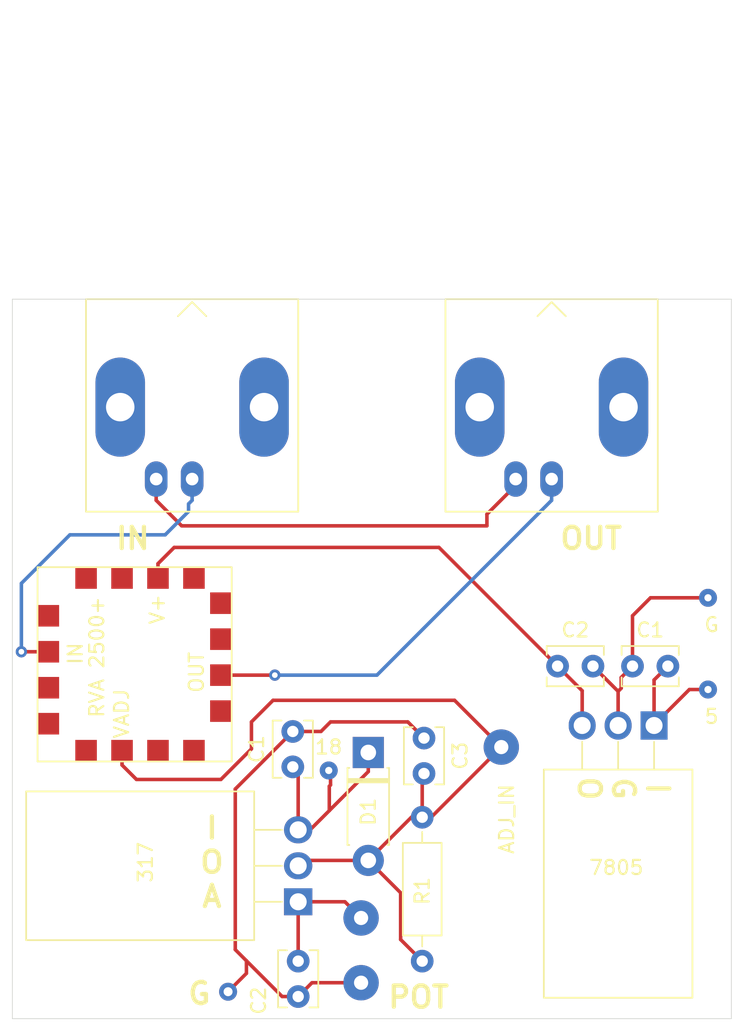
<source format=kicad_pcb>
(kicad_pcb (version 20171130) (host pcbnew "(5.1.4)-1")

  (general
    (thickness 1.6)
    (drawings 10)
    (tracks 86)
    (zones 0)
    (modules 18)
    (nets 1)
  )

  (page A4)
  (layers
    (0 F.Cu signal)
    (31 B.Cu signal)
    (32 B.Adhes user)
    (33 F.Adhes user)
    (34 B.Paste user)
    (35 F.Paste user)
    (36 B.SilkS user)
    (37 F.SilkS user)
    (38 B.Mask user)
    (39 F.Mask user)
    (40 Dwgs.User user)
    (41 Cmts.User user)
    (42 Eco1.User user)
    (43 Eco2.User user)
    (44 Edge.Cuts user)
    (45 Margin user)
    (46 B.CrtYd user)
    (47 F.CrtYd user)
    (48 B.Fab user)
    (49 F.Fab user hide)
  )

  (setup
    (last_trace_width 0.25)
    (user_trace_width 0.635)
    (trace_clearance 0.2)
    (zone_clearance 0.508)
    (zone_45_only no)
    (trace_min 0.2)
    (via_size 0.8)
    (via_drill 0.4)
    (via_min_size 0.4)
    (via_min_drill 0.3)
    (user_via 1.27 0.635)
    (user_via 2.54 1.778)
    (uvia_size 0.3)
    (uvia_drill 0.1)
    (uvias_allowed no)
    (uvia_min_size 0.2)
    (uvia_min_drill 0.1)
    (edge_width 0.05)
    (segment_width 0.2)
    (pcb_text_width 0.3)
    (pcb_text_size 1.5 1.5)
    (mod_edge_width 0.12)
    (mod_text_size 1 1)
    (mod_text_width 0.15)
    (pad_size 1.27 1.27)
    (pad_drill 0.508)
    (pad_to_mask_clearance 0.051)
    (solder_mask_min_width 0.25)
    (aux_axis_origin 0 0)
    (visible_elements 7FFFFFFF)
    (pcbplotparams
      (layerselection 0x010fc_ffffffff)
      (usegerberextensions false)
      (usegerberattributes false)
      (usegerberadvancedattributes false)
      (creategerberjobfile false)
      (excludeedgelayer true)
      (linewidth 0.100000)
      (plotframeref false)
      (viasonmask false)
      (mode 1)
      (useauxorigin false)
      (hpglpennumber 1)
      (hpglpenspeed 20)
      (hpglpendiameter 15.000000)
      (psnegative false)
      (psa4output false)
      (plotreference true)
      (plotvalue true)
      (plotinvisibletext false)
      (padsonsilk false)
      (subtractmaskfromsilk false)
      (outputformat 1)
      (mirror false)
      (drillshape 1)
      (scaleselection 1)
      (outputdirectory ""))
  )

  (net 0 "")

  (net_class Default "This is the default net class."
    (clearance 0.2)
    (trace_width 0.25)
    (via_dia 0.8)
    (via_drill 0.4)
    (uvia_dia 0.3)
    (uvia_drill 0.1)
  )

  (module Connector_Wire:SolderWirePad_1x01_Drill1mm (layer F.Cu) (tedit 5E8F3D12) (tstamp 5E8F3D93)
    (at 174.752 84.074 270)
    (descr "Wire solder connection")
    (tags connector)
    (attr virtual)
    (fp_text reference 18 (at -1.651 0 180) (layer F.SilkS)
      (effects (font (size 1 1) (thickness 0.15)))
    )
    (fp_text value SolderWirePad_1x01_Drill1mm (at 0 3.175 90) (layer F.Fab)
      (effects (font (size 1 1) (thickness 0.15)))
    )
    (fp_line (start 1.75 1.75) (end -1.75 1.75) (layer F.CrtYd) (width 0.05))
    (fp_line (start 1.75 1.75) (end 1.75 -1.75) (layer F.CrtYd) (width 0.05))
    (fp_line (start -1.75 -1.75) (end -1.75 1.75) (layer F.CrtYd) (width 0.05))
    (fp_line (start -1.75 -1.75) (end 1.75 -1.75) (layer F.CrtYd) (width 0.05))
    (fp_text user %R (at 5.08 2.54 90) (layer F.Fab)
      (effects (font (size 1 1) (thickness 0.15)))
    )
    (pad 1 thru_hole circle (at 0 0 270) (size 1.27 1.27) (drill 0.508) (layers *.Cu *.Mask))
  )

  (module Connector_Wire:SolderWirePad_1x01_Drill1mm (layer F.Cu) (tedit 5E8F3D12) (tstamp 5E8F3D93)
    (at 201.549 71.882 270)
    (descr "Wire solder connection")
    (tags connector)
    (attr virtual)
    (fp_text reference G (at 1.905 -0.254 180) (layer F.SilkS)
      (effects (font (size 1 1) (thickness 0.15)))
    )
    (fp_text value SolderWirePad_1x01_Drill1mm (at 0 3.175 90) (layer F.Fab)
      (effects (font (size 1 1) (thickness 0.15)))
    )
    (fp_line (start 1.75 1.75) (end -1.75 1.75) (layer F.CrtYd) (width 0.05))
    (fp_line (start 1.75 1.75) (end 1.75 -1.75) (layer F.CrtYd) (width 0.05))
    (fp_line (start -1.75 -1.75) (end -1.75 1.75) (layer F.CrtYd) (width 0.05))
    (fp_line (start -1.75 -1.75) (end 1.75 -1.75) (layer F.CrtYd) (width 0.05))
    (fp_text user %R (at 5.08 2.54 90) (layer F.Fab)
      (effects (font (size 1 1) (thickness 0.15)))
    )
    (pad 1 thru_hole circle (at 0 0 270) (size 1.27 1.27) (drill 0.508) (layers *.Cu *.Mask))
  )

  (module Connector_Wire:SolderWirePad_1x01_Drill1mm (layer F.Cu) (tedit 5E8F3D12) (tstamp 5E8F3CD3)
    (at 201.549 78.359 270)
    (descr "Wire solder connection")
    (tags connector)
    (attr virtual)
    (fp_text reference 5 (at 1.905 -0.254 180) (layer F.SilkS)
      (effects (font (size 1 1) (thickness 0.15)))
    )
    (fp_text value SolderWirePad_1x01_Drill1mm (at 0 3.175 90) (layer F.Fab)
      (effects (font (size 1 1) (thickness 0.15)))
    )
    (fp_text user %R (at 5.08 2.54 90) (layer F.Fab)
      (effects (font (size 1 1) (thickness 0.15)))
    )
    (fp_line (start -1.75 -1.75) (end 1.75 -1.75) (layer F.CrtYd) (width 0.05))
    (fp_line (start -1.75 -1.75) (end -1.75 1.75) (layer F.CrtYd) (width 0.05))
    (fp_line (start 1.75 1.75) (end 1.75 -1.75) (layer F.CrtYd) (width 0.05))
    (fp_line (start 1.75 1.75) (end -1.75 1.75) (layer F.CrtYd) (width 0.05))
    (pad 1 thru_hole circle (at 0 0 270) (size 1.27 1.27) (drill 0.508) (layers *.Cu *.Mask))
  )

  (module Capacitor_THT:C_Disc_D3.8mm_W2.6mm_P2.50mm (layer F.Cu) (tedit 5AE50EF0) (tstamp 5E8DFC32)
    (at 190.921 76.708)
    (descr "C, Disc series, Radial, pin pitch=2.50mm, , diameter*width=3.8*2.6mm^2, Capacitor, http://www.vishay.com/docs/45233/krseries.pdf")
    (tags "C Disc series Radial pin pitch 2.50mm  diameter 3.8mm width 2.6mm Capacitor")
    (fp_text reference C2 (at 1.25 -2.55) (layer F.SilkS)
      (effects (font (size 1 1) (thickness 0.15)))
    )
    (fp_text value C_Disc_D3.8mm_W2.6mm_P2.50mm (at 1.25 2.55) (layer F.Fab)
      (effects (font (size 1 1) (thickness 0.15)))
    )
    (fp_line (start -0.65 -1.3) (end -0.65 1.3) (layer F.Fab) (width 0.1))
    (fp_line (start -0.65 1.3) (end 3.15 1.3) (layer F.Fab) (width 0.1))
    (fp_line (start 3.15 1.3) (end 3.15 -1.3) (layer F.Fab) (width 0.1))
    (fp_line (start 3.15 -1.3) (end -0.65 -1.3) (layer F.Fab) (width 0.1))
    (fp_line (start -0.77 -1.42) (end 3.27 -1.42) (layer F.SilkS) (width 0.12))
    (fp_line (start -0.77 1.42) (end 3.27 1.42) (layer F.SilkS) (width 0.12))
    (fp_line (start -0.77 -1.42) (end -0.77 -0.795) (layer F.SilkS) (width 0.12))
    (fp_line (start -0.77 0.795) (end -0.77 1.42) (layer F.SilkS) (width 0.12))
    (fp_line (start 3.27 -1.42) (end 3.27 -0.795) (layer F.SilkS) (width 0.12))
    (fp_line (start 3.27 0.795) (end 3.27 1.42) (layer F.SilkS) (width 0.12))
    (fp_line (start -1.05 -1.55) (end -1.05 1.55) (layer F.CrtYd) (width 0.05))
    (fp_line (start -1.05 1.55) (end 3.55 1.55) (layer F.CrtYd) (width 0.05))
    (fp_line (start 3.55 1.55) (end 3.55 -1.55) (layer F.CrtYd) (width 0.05))
    (fp_line (start 3.55 -1.55) (end -1.05 -1.55) (layer F.CrtYd) (width 0.05))
    (fp_text user %R (at 1.25 0) (layer F.Fab)
      (effects (font (size 0.76 0.76) (thickness 0.114)))
    )
    (pad 1 thru_hole circle (at 0 0) (size 1.6 1.6) (drill 0.8) (layers *.Cu *.Mask))
    (pad 2 thru_hole circle (at 2.5 0) (size 1.6 1.6) (drill 0.8) (layers *.Cu *.Mask))
    (model ${KISYS3DMOD}/Capacitor_THT.3dshapes/C_Disc_D3.8mm_W2.6mm_P2.50mm.wrl
      (at (xyz 0 0 0))
      (scale (xyz 1 1 1))
      (rotate (xyz 0 0 0))
    )
  )

  (module "VVA board:RVA-2500+" (layer F.Cu) (tedit 5E7A1461) (tstamp 5E8DF751)
    (at 161.036 76.581 270)
    (fp_text reference "RVA 2500+" (at -0.508 2.667 90) (layer F.SilkS)
      (effects (font (size 1 1) (thickness 0.15)))
    )
    (fp_text value RVA-2500+ (at 0.1524 -7.7216 90) (layer F.Fab)
      (effects (font (size 1 1) (thickness 0.15)))
    )
    (fp_text user V+ (at -3.8862 -1.6002 90) (layer F.SilkS)
      (effects (font (size 1 1) (thickness 0.15)))
    )
    (fp_text user VADJ (at 3.4798 0.9144 90) (layer F.SilkS)
      (effects (font (size 1 1) (thickness 0.15)))
    )
    (fp_text user OUT (at 0.5588 -4.3688 90) (layer F.SilkS)
      (effects (font (size 1 1) (thickness 0.15)))
    )
    (fp_text user IN (at -0.762 4.191 90) (layer F.SilkS)
      (effects (font (size 1 1) (thickness 0.15)))
    )
    (fp_line (start -6.858 6.858) (end -6.858 -6.858) (layer F.SilkS) (width 0.12))
    (fp_line (start 6.858 6.858) (end -6.858 6.858) (layer F.SilkS) (width 0.12))
    (fp_line (start 6.858 -6.858) (end 6.858 6.858) (layer F.SilkS) (width 0.12))
    (fp_line (start -6.858 -6.858) (end 6.858 -6.858) (layer F.SilkS) (width 0.12))
    (pad 16 smd rect (at -6.096 3.429 270) (size 1.524 1.524) (layers F.Cu F.Paste F.Mask))
    (pad 15 smd rect (at -6.096 0.889 270) (size 1.524 1.524) (layers F.Cu F.Paste F.Mask))
    (pad 14 smd rect (at -6.096 -1.651 270) (size 1.524 1.524) (layers F.Cu F.Paste F.Mask))
    (pad 13 smd rect (at -6.096 -4.191 270) (size 1.524 1.524) (layers F.Cu F.Paste F.Mask))
    (pad 12 smd rect (at -4.318 -6.096 270) (size 1.524 1.524) (layers F.Cu F.Paste F.Mask))
    (pad 11 smd rect (at -1.778 -6.096 270) (size 1.524 1.524) (layers F.Cu F.Paste F.Mask))
    (pad 10 smd rect (at 0.762 -6.096 270) (size 1.524 1.524) (layers F.Cu F.Paste F.Mask))
    (pad 9 smd rect (at 3.302 -6.096 270) (size 1.524 1.524) (layers F.Cu F.Paste F.Mask))
    (pad 8 smd rect (at 6.096 -4.191 270) (size 1.524 1.524) (layers F.Cu F.Paste F.Mask))
    (pad 7 smd rect (at 6.096 -1.651 270) (size 1.524 1.524) (layers F.Cu F.Paste F.Mask))
    (pad 6 smd rect (at 6.096 0.889 270) (size 1.524 1.524) (layers F.Cu F.Paste F.Mask))
    (pad 5 smd rect (at 6.096 3.429 270) (size 1.524 1.524) (layers F.Cu F.Paste F.Mask))
    (pad 4 smd rect (at 4.191 6.096 270) (size 1.524 1.524) (layers F.Cu F.Paste F.Mask))
    (pad 3 smd rect (at 1.651 6.096 270) (size 1.524 1.524) (layers F.Cu F.Paste F.Mask))
    (pad 2 smd rect (at -0.889 6.096 270) (size 1.524 1.524) (layers F.Cu F.Paste F.Mask))
    (pad 1 smd rect (at -3.429 6.096 270) (size 1.524 1.524) (layers F.Cu F.Paste F.Mask))
  )

  (module Diode_THT:D_DO-41_SOD81_P7.62mm_Horizontal (layer F.Cu) (tedit 5AE50CD5) (tstamp 5E8DF64A)
    (at 177.546 82.804 270)
    (descr "Diode, DO-41_SOD81 series, Axial, Horizontal, pin pitch=7.62mm, , length*diameter=5.2*2.7mm^2, , http://www.diodes.com/_files/packages/DO-41%20(Plastic).pdf")
    (tags "Diode DO-41_SOD81 series Axial Horizontal pin pitch 7.62mm  length 5.2mm diameter 2.7mm")
    (fp_text reference D1 (at 4.191 0 90) (layer F.SilkS)
      (effects (font (size 1 1) (thickness 0.15)))
    )
    (fp_text value D_DO-41_SOD81_P7.62mm_Horizontal (at 3.81 2.47 90) (layer F.Fab)
      (effects (font (size 1 1) (thickness 0.15)))
    )
    (fp_text user K (at 0 -2.1 90) (layer F.Fab)
      (effects (font (size 1 1) (thickness 0.15)))
    )
    (fp_text user %R (at 4.2 0 90) (layer F.Fab)
      (effects (font (size 1 1) (thickness 0.15)))
    )
    (fp_line (start 8.97 -1.6) (end -1.35 -1.6) (layer F.CrtYd) (width 0.05))
    (fp_line (start 8.97 1.6) (end 8.97 -1.6) (layer F.CrtYd) (width 0.05))
    (fp_line (start -1.35 1.6) (end 8.97 1.6) (layer F.CrtYd) (width 0.05))
    (fp_line (start -1.35 -1.6) (end -1.35 1.6) (layer F.CrtYd) (width 0.05))
    (fp_line (start 1.87 -1.47) (end 1.87 1.47) (layer F.SilkS) (width 0.12))
    (fp_line (start 2.11 -1.47) (end 2.11 1.47) (layer F.SilkS) (width 0.12))
    (fp_line (start 1.99 -1.47) (end 1.99 1.47) (layer F.SilkS) (width 0.12))
    (fp_line (start 6.53 1.47) (end 6.53 1.34) (layer F.SilkS) (width 0.12))
    (fp_line (start 1.09 1.47) (end 6.53 1.47) (layer F.SilkS) (width 0.12))
    (fp_line (start 1.09 1.34) (end 1.09 1.47) (layer F.SilkS) (width 0.12))
    (fp_line (start 6.53 -1.47) (end 6.53 -1.34) (layer F.SilkS) (width 0.12))
    (fp_line (start 1.09 -1.47) (end 6.53 -1.47) (layer F.SilkS) (width 0.12))
    (fp_line (start 1.09 -1.34) (end 1.09 -1.47) (layer F.SilkS) (width 0.12))
    (fp_line (start 1.89 -1.35) (end 1.89 1.35) (layer F.Fab) (width 0.1))
    (fp_line (start 2.09 -1.35) (end 2.09 1.35) (layer F.Fab) (width 0.1))
    (fp_line (start 1.99 -1.35) (end 1.99 1.35) (layer F.Fab) (width 0.1))
    (fp_line (start 7.62 0) (end 6.41 0) (layer F.Fab) (width 0.1))
    (fp_line (start 0 0) (end 1.21 0) (layer F.Fab) (width 0.1))
    (fp_line (start 6.41 -1.35) (end 1.21 -1.35) (layer F.Fab) (width 0.1))
    (fp_line (start 6.41 1.35) (end 6.41 -1.35) (layer F.Fab) (width 0.1))
    (fp_line (start 1.21 1.35) (end 6.41 1.35) (layer F.Fab) (width 0.1))
    (fp_line (start 1.21 -1.35) (end 1.21 1.35) (layer F.Fab) (width 0.1))
    (pad 2 thru_hole oval (at 7.62 0 270) (size 2.2 2.2) (drill 1.1) (layers *.Cu *.Mask))
    (pad 1 thru_hole rect (at 0 0 270) (size 2.2 2.2) (drill 1.1) (layers *.Cu *.Mask))
    (model ${KISYS3DMOD}/Diode_THT.3dshapes/D_DO-41_SOD81_P7.62mm_Horizontal.wrl
      (at (xyz 0 0 0))
      (scale (xyz 1 1 1))
      (rotate (xyz 0 0 0))
    )
  )

  (module Capacitor_THT:C_Disc_D3.8mm_W2.6mm_P2.50mm (layer F.Cu) (tedit 5AE50EF0) (tstamp 5E8DEC08)
    (at 172.593 97.536 270)
    (descr "C, Disc series, Radial, pin pitch=2.50mm, , diameter*width=3.8*2.6mm^2, Capacitor, http://www.vishay.com/docs/45233/krseries.pdf")
    (tags "C Disc series Radial pin pitch 2.50mm  diameter 3.8mm width 2.6mm Capacitor")
    (fp_text reference C2 (at 2.794 2.794 90) (layer F.SilkS)
      (effects (font (size 1 1) (thickness 0.15)))
    )
    (fp_text value C_Disc_D3.8mm_W2.6mm_P2.50mm (at 1.25 2.55 90) (layer F.Fab)
      (effects (font (size 1 1) (thickness 0.15)))
    )
    (fp_line (start -0.65 -1.3) (end -0.65 1.3) (layer F.Fab) (width 0.1))
    (fp_line (start -0.65 1.3) (end 3.15 1.3) (layer F.Fab) (width 0.1))
    (fp_line (start 3.15 1.3) (end 3.15 -1.3) (layer F.Fab) (width 0.1))
    (fp_line (start 3.15 -1.3) (end -0.65 -1.3) (layer F.Fab) (width 0.1))
    (fp_line (start -0.77 -1.42) (end 3.27 -1.42) (layer F.SilkS) (width 0.12))
    (fp_line (start -0.77 1.42) (end 3.27 1.42) (layer F.SilkS) (width 0.12))
    (fp_line (start -0.77 -1.42) (end -0.77 -0.795) (layer F.SilkS) (width 0.12))
    (fp_line (start -0.77 0.795) (end -0.77 1.42) (layer F.SilkS) (width 0.12))
    (fp_line (start 3.27 -1.42) (end 3.27 -0.795) (layer F.SilkS) (width 0.12))
    (fp_line (start 3.27 0.795) (end 3.27 1.42) (layer F.SilkS) (width 0.12))
    (fp_line (start -1.05 -1.55) (end -1.05 1.55) (layer F.CrtYd) (width 0.05))
    (fp_line (start -1.05 1.55) (end 3.55 1.55) (layer F.CrtYd) (width 0.05))
    (fp_line (start 3.55 1.55) (end 3.55 -1.55) (layer F.CrtYd) (width 0.05))
    (fp_line (start 3.55 -1.55) (end -1.05 -1.55) (layer F.CrtYd) (width 0.05))
    (fp_text user %R (at 1.25 0 90) (layer F.Fab)
      (effects (font (size 0.76 0.76) (thickness 0.114)))
    )
    (pad 1 thru_hole circle (at 0 0 270) (size 1.6 1.6) (drill 0.8) (layers *.Cu *.Mask))
    (pad 2 thru_hole circle (at 2.5 0 270) (size 1.6 1.6) (drill 0.8) (layers *.Cu *.Mask))
    (model ${KISYS3DMOD}/Capacitor_THT.3dshapes/C_Disc_D3.8mm_W2.6mm_P2.50mm.wrl
      (at (xyz 0 0 0))
      (scale (xyz 1 1 1))
      (rotate (xyz 0 0 0))
    )
  )

  (module Capacitor_THT:C_Disc_D3.8mm_W2.6mm_P2.50mm (layer F.Cu) (tedit 5AE50EF0) (tstamp 5E7CE58F)
    (at 172.212 83.82 90)
    (descr "C, Disc series, Radial, pin pitch=2.50mm, , diameter*width=3.8*2.6mm^2, Capacitor, http://www.vishay.com/docs/45233/krseries.pdf")
    (tags "C Disc series Radial pin pitch 2.50mm  diameter 3.8mm width 2.6mm Capacitor")
    (fp_text reference C1 (at 1.25 -2.55 90) (layer F.SilkS)
      (effects (font (size 1 1) (thickness 0.15)))
    )
    (fp_text value C_Disc_D3.8mm_W2.6mm_P2.50mm (at 1.25 2.55 90) (layer F.Fab)
      (effects (font (size 1 1) (thickness 0.15)))
    )
    (fp_line (start -0.65 -1.3) (end -0.65 1.3) (layer F.Fab) (width 0.1))
    (fp_line (start -0.65 1.3) (end 3.15 1.3) (layer F.Fab) (width 0.1))
    (fp_line (start 3.15 1.3) (end 3.15 -1.3) (layer F.Fab) (width 0.1))
    (fp_line (start 3.15 -1.3) (end -0.65 -1.3) (layer F.Fab) (width 0.1))
    (fp_line (start -0.77 -1.42) (end 3.27 -1.42) (layer F.SilkS) (width 0.12))
    (fp_line (start -0.77 1.42) (end 3.27 1.42) (layer F.SilkS) (width 0.12))
    (fp_line (start -0.77 -1.42) (end -0.77 -0.795) (layer F.SilkS) (width 0.12))
    (fp_line (start -0.77 0.795) (end -0.77 1.42) (layer F.SilkS) (width 0.12))
    (fp_line (start 3.27 -1.42) (end 3.27 -0.795) (layer F.SilkS) (width 0.12))
    (fp_line (start 3.27 0.795) (end 3.27 1.42) (layer F.SilkS) (width 0.12))
    (fp_line (start -1.05 -1.55) (end -1.05 1.55) (layer F.CrtYd) (width 0.05))
    (fp_line (start -1.05 1.55) (end 3.55 1.55) (layer F.CrtYd) (width 0.05))
    (fp_line (start 3.55 1.55) (end 3.55 -1.55) (layer F.CrtYd) (width 0.05))
    (fp_line (start 3.55 -1.55) (end -1.05 -1.55) (layer F.CrtYd) (width 0.05))
    (fp_text user %R (at 1.25 0 90) (layer F.Fab)
      (effects (font (size 0.76 0.76) (thickness 0.114)))
    )
    (pad 1 thru_hole circle (at 0 0 90) (size 1.6 1.6) (drill 0.8) (layers *.Cu *.Mask))
    (pad 2 thru_hole circle (at 2.5 0 90) (size 1.6 1.6) (drill 0.8) (layers *.Cu *.Mask))
    (model ${KISYS3DMOD}/Capacitor_THT.3dshapes/C_Disc_D3.8mm_W2.6mm_P2.50mm.wrl
      (at (xyz 0 0 0))
      (scale (xyz 1 1 1))
      (rotate (xyz 0 0 0))
    )
  )

  (module Connector_Wire:SolderWirePad_1x01_Drill1mm (layer F.Cu) (tedit 5AEE5EBE) (tstamp 5E7CDCFE)
    (at 186.944 82.423 270)
    (descr "Wire solder connection")
    (tags connector)
    (attr virtual)
    (fp_text reference ADJ_IN (at 5.08 -0.381 90) (layer F.SilkS)
      (effects (font (size 1 1) (thickness 0.15)))
    )
    (fp_text value SolderWirePad_1x01_Drill1mm (at 0 3.175 90) (layer F.Fab)
      (effects (font (size 1 1) (thickness 0.15)))
    )
    (fp_line (start 1.75 1.75) (end -1.75 1.75) (layer F.CrtYd) (width 0.05))
    (fp_line (start 1.75 1.75) (end 1.75 -1.75) (layer F.CrtYd) (width 0.05))
    (fp_line (start -1.75 -1.75) (end -1.75 1.75) (layer F.CrtYd) (width 0.05))
    (fp_line (start -1.75 -1.75) (end 1.75 -1.75) (layer F.CrtYd) (width 0.05))
    (fp_text user %R (at 5.08 2.54 90) (layer F.Fab)
      (effects (font (size 1 1) (thickness 0.15)))
    )
    (pad 1 thru_hole circle (at 0 0 270) (size 2.49936 2.49936) (drill 1.00076) (layers *.Cu *.Mask))
  )

  (module Resistor_THT:R_Axial_DIN0207_L6.3mm_D2.5mm_P10.16mm_Horizontal (layer F.Cu) (tedit 5AE5139B) (tstamp 5E7CDACF)
    (at 181.356 97.536 90)
    (descr "Resistor, Axial_DIN0207 series, Axial, Horizontal, pin pitch=10.16mm, 0.25W = 1/4W, length*diameter=6.3*2.5mm^2, http://cdn-reichelt.de/documents/datenblatt/B400/1_4W%23YAG.pdf")
    (tags "Resistor Axial_DIN0207 series Axial Horizontal pin pitch 10.16mm 0.25W = 1/4W length 6.3mm diameter 2.5mm")
    (fp_text reference R1 (at 4.953 0 90) (layer F.SilkS)
      (effects (font (size 1 1) (thickness 0.15)))
    )
    (fp_text value R_Axial_DIN0207_L6.3mm_D2.5mm_P10.16mm_Horizontal (at 5.08 2.37 90) (layer F.Fab)
      (effects (font (size 1 1) (thickness 0.15)))
    )
    (fp_text user %R (at 5.08 0 90) (layer F.Fab)
      (effects (font (size 1 1) (thickness 0.15)))
    )
    (fp_line (start 11.21 -1.5) (end -1.05 -1.5) (layer F.CrtYd) (width 0.05))
    (fp_line (start 11.21 1.5) (end 11.21 -1.5) (layer F.CrtYd) (width 0.05))
    (fp_line (start -1.05 1.5) (end 11.21 1.5) (layer F.CrtYd) (width 0.05))
    (fp_line (start -1.05 -1.5) (end -1.05 1.5) (layer F.CrtYd) (width 0.05))
    (fp_line (start 9.12 0) (end 8.35 0) (layer F.SilkS) (width 0.12))
    (fp_line (start 1.04 0) (end 1.81 0) (layer F.SilkS) (width 0.12))
    (fp_line (start 8.35 -1.37) (end 1.81 -1.37) (layer F.SilkS) (width 0.12))
    (fp_line (start 8.35 1.37) (end 8.35 -1.37) (layer F.SilkS) (width 0.12))
    (fp_line (start 1.81 1.37) (end 8.35 1.37) (layer F.SilkS) (width 0.12))
    (fp_line (start 1.81 -1.37) (end 1.81 1.37) (layer F.SilkS) (width 0.12))
    (fp_line (start 10.16 0) (end 8.23 0) (layer F.Fab) (width 0.1))
    (fp_line (start 0 0) (end 1.93 0) (layer F.Fab) (width 0.1))
    (fp_line (start 8.23 -1.25) (end 1.93 -1.25) (layer F.Fab) (width 0.1))
    (fp_line (start 8.23 1.25) (end 8.23 -1.25) (layer F.Fab) (width 0.1))
    (fp_line (start 1.93 1.25) (end 8.23 1.25) (layer F.Fab) (width 0.1))
    (fp_line (start 1.93 -1.25) (end 1.93 1.25) (layer F.Fab) (width 0.1))
    (pad 2 thru_hole oval (at 10.16 0 90) (size 1.6 1.6) (drill 0.8) (layers *.Cu *.Mask))
    (pad 1 thru_hole circle (at 0 0 90) (size 1.6 1.6) (drill 0.8) (layers *.Cu *.Mask))
    (model ${KISYS3DMOD}/Resistor_THT.3dshapes/R_Axial_DIN0207_L6.3mm_D2.5mm_P10.16mm_Horizontal.wrl
      (at (xyz 0 0 0))
      (scale (xyz 1 1 1))
      (rotate (xyz 0 0 0))
    )
  )

  (module Package_TO_SOT_THT:TO-220F-3_Horizontal_TabDown (layer F.Cu) (tedit 5AC8BA0D) (tstamp 5E7BCBB9)
    (at 197.739 80.899 180)
    (descr "TO-220F-3, Horizontal, RM 2.54mm, see http://www.st.com/resource/en/datasheet/stp20nm60.pdf")
    (tags "TO-220F-3 Horizontal RM 2.54mm")
    (fp_text reference 7805 (at 2.667 -10.033) (layer F.SilkS)
      (effects (font (size 1 1) (thickness 0.15)))
    )
    (fp_text value TO-220F-3_Horizontal_TabDown (at 2.54 2) (layer F.Fab)
      (effects (font (size 1 1) (thickness 0.15)))
    )
    (fp_circle (center 2.54 -15.8) (end 4.39 -15.8) (layer F.Fab) (width 0.1))
    (fp_line (start -2.59 -12.42) (end -2.59 -19.1) (layer F.Fab) (width 0.1))
    (fp_line (start -2.59 -19.1) (end 7.67 -19.1) (layer F.Fab) (width 0.1))
    (fp_line (start 7.67 -19.1) (end 7.67 -12.42) (layer F.Fab) (width 0.1))
    (fp_line (start 7.67 -12.42) (end -2.59 -12.42) (layer F.Fab) (width 0.1))
    (fp_line (start -2.59 -3.23) (end -2.59 -12.42) (layer F.Fab) (width 0.1))
    (fp_line (start -2.59 -12.42) (end 7.67 -12.42) (layer F.Fab) (width 0.1))
    (fp_line (start 7.67 -12.42) (end 7.67 -3.23) (layer F.Fab) (width 0.1))
    (fp_line (start 7.67 -3.23) (end -2.59 -3.23) (layer F.Fab) (width 0.1))
    (fp_line (start 0 -3.23) (end 0 0) (layer F.Fab) (width 0.1))
    (fp_line (start 2.54 -3.23) (end 2.54 0) (layer F.Fab) (width 0.1))
    (fp_line (start 5.08 -3.23) (end 5.08 0) (layer F.Fab) (width 0.1))
    (fp_line (start -2.71 -3.11) (end 7.79 -3.11) (layer F.SilkS) (width 0.12))
    (fp_line (start -2.71 -19.22) (end 7.79 -19.22) (layer F.SilkS) (width 0.12))
    (fp_line (start -2.71 -19.22) (end -2.71 -3.11) (layer F.SilkS) (width 0.12))
    (fp_line (start 7.79 -19.22) (end 7.79 -3.11) (layer F.SilkS) (width 0.12))
    (fp_line (start 0 -3.11) (end 0 -1.15) (layer F.SilkS) (width 0.12))
    (fp_line (start 2.54 -3.11) (end 2.54 -1.15) (layer F.SilkS) (width 0.12))
    (fp_line (start 5.08 -3.11) (end 5.08 -1.15) (layer F.SilkS) (width 0.12))
    (fp_line (start -2.84 -19.35) (end -2.84 1.25) (layer F.CrtYd) (width 0.05))
    (fp_line (start -2.84 1.25) (end 7.92 1.25) (layer F.CrtYd) (width 0.05))
    (fp_line (start 7.92 1.25) (end 7.92 -19.35) (layer F.CrtYd) (width 0.05))
    (fp_line (start 7.92 -19.35) (end -2.84 -19.35) (layer F.CrtYd) (width 0.05))
    (fp_text user %R (at 2.54 -20.22) (layer F.Fab)
      (effects (font (size 1 1) (thickness 0.15)))
    )
    (pad "" np_thru_hole oval (at 2.54 -15.8 180) (size 3.5 3.5) (drill 3.5) (layers *.Cu *.Mask))
    (pad 1 thru_hole rect (at 0 0 180) (size 1.905 2) (drill 1.2) (layers *.Cu *.Mask))
    (pad 2 thru_hole oval (at 2.54 0 180) (size 1.905 2) (drill 1.2) (layers *.Cu *.Mask))
    (pad 3 thru_hole oval (at 5.08 0 180) (size 1.905 2) (drill 1.2) (layers *.Cu *.Mask))
    (model ${KISYS3DMOD}/Package_TO_SOT_THT.3dshapes/TO-220F-3_Horizontal_TabDown.wrl
      (at (xyz 0 0 0))
      (scale (xyz 1 1 1))
      (rotate (xyz 0 0 0))
    )
  )

  (module Connector_Wire:SolderWirePad_1x01_Drill1mm (layer F.Cu) (tedit 5AEE5EBE) (tstamp 5E7BC95D)
    (at 177.038 94.488 90)
    (descr "Wire solder connection")
    (tags connector)
    (attr virtual)
    (fp_text reference pot_OUT (at -2.286 0.127 180) (layer F.SilkS) hide
      (effects (font (size 1 1) (thickness 0.15)))
    )
    (fp_text value SolderWirePad_1x01_Drill1mm (at 0 3.175 90) (layer F.Fab)
      (effects (font (size 1 1) (thickness 0.15)))
    )
    (fp_text user %R (at 0 0 90) (layer F.Fab)
      (effects (font (size 1 1) (thickness 0.15)))
    )
    (fp_line (start -1.75 -1.75) (end 1.75 -1.75) (layer F.CrtYd) (width 0.05))
    (fp_line (start -1.75 -1.75) (end -1.75 1.75) (layer F.CrtYd) (width 0.05))
    (fp_line (start 1.75 1.75) (end 1.75 -1.75) (layer F.CrtYd) (width 0.05))
    (fp_line (start 1.75 1.75) (end -1.75 1.75) (layer F.CrtYd) (width 0.05))
    (pad 1 thru_hole circle (at 0 0 90) (size 2.49936 2.49936) (drill 1.00076) (layers *.Cu *.Mask))
  )

  (module Connector_Wire:SolderWirePad_1x01_Drill1mm (layer F.Cu) (tedit 5AEE5EBE) (tstamp 5E7BC95D)
    (at 177.038 99.06 90)
    (descr "Wire solder connection")
    (tags connector)
    (attr virtual)
    (fp_text reference pot_IN (at -2.159 -0.254 180) (layer F.SilkS) hide
      (effects (font (size 1 1) (thickness 0.15)))
    )
    (fp_text value SolderWirePad_1x01_Drill1mm (at 0 3.175 90) (layer F.Fab)
      (effects (font (size 1 1) (thickness 0.15)))
    )
    (fp_text user %R (at 5.08 2.54 90) (layer F.Fab)
      (effects (font (size 1 1) (thickness 0.15)))
    )
    (fp_line (start -1.75 -1.75) (end 1.75 -1.75) (layer F.CrtYd) (width 0.05))
    (fp_line (start -1.75 -1.75) (end -1.75 1.75) (layer F.CrtYd) (width 0.05))
    (fp_line (start 1.75 1.75) (end 1.75 -1.75) (layer F.CrtYd) (width 0.05))
    (fp_line (start 1.75 1.75) (end -1.75 1.75) (layer F.CrtYd) (width 0.05))
    (pad 1 thru_hole circle (at 0 0 90) (size 2.49936 2.49936) (drill 1.00076) (layers *.Cu *.Mask))
  )

  (module Package_TO_SOT_THT:TO-220F-3_Horizontal_TabDown (layer F.Cu) (tedit 5AC8BA0D) (tstamp 5E7A7045)
    (at 172.593 93.345 90)
    (descr "TO-220F-3, Horizontal, RM 2.54mm, see http://www.st.com/resource/en/datasheet/stp20nm60.pdf")
    (tags "TO-220F-3 Horizontal RM 2.54mm")
    (fp_text reference 317 (at 2.794 -10.795 90) (layer F.SilkS)
      (effects (font (size 1 1) (thickness 0.15)))
    )
    (fp_text value TO-220F-3_Horizontal_TabDown (at 2.54 2 90) (layer F.Fab)
      (effects (font (size 1 1) (thickness 0.15)))
    )
    (fp_text user %R (at 2.54 -20.22 90) (layer F.Fab)
      (effects (font (size 1 1) (thickness 0.15)))
    )
    (fp_line (start 7.92 -19.35) (end -2.84 -19.35) (layer F.CrtYd) (width 0.05))
    (fp_line (start 7.92 1.25) (end 7.92 -19.35) (layer F.CrtYd) (width 0.05))
    (fp_line (start -2.84 1.25) (end 7.92 1.25) (layer F.CrtYd) (width 0.05))
    (fp_line (start -2.84 -19.35) (end -2.84 1.25) (layer F.CrtYd) (width 0.05))
    (fp_line (start 5.08 -3.11) (end 5.08 -1.15) (layer F.SilkS) (width 0.12))
    (fp_line (start 2.54 -3.11) (end 2.54 -1.15) (layer F.SilkS) (width 0.12))
    (fp_line (start 0 -3.11) (end 0 -1.15) (layer F.SilkS) (width 0.12))
    (fp_line (start 7.79 -19.22) (end 7.79 -3.11) (layer F.SilkS) (width 0.12))
    (fp_line (start -2.71 -19.22) (end -2.71 -3.11) (layer F.SilkS) (width 0.12))
    (fp_line (start -2.71 -19.22) (end 7.79 -19.22) (layer F.SilkS) (width 0.12))
    (fp_line (start -2.71 -3.11) (end 7.79 -3.11) (layer F.SilkS) (width 0.12))
    (fp_line (start 5.08 -3.23) (end 5.08 0) (layer F.Fab) (width 0.1))
    (fp_line (start 2.54 -3.23) (end 2.54 0) (layer F.Fab) (width 0.1))
    (fp_line (start 0 -3.23) (end 0 0) (layer F.Fab) (width 0.1))
    (fp_line (start 7.67 -3.23) (end -2.59 -3.23) (layer F.Fab) (width 0.1))
    (fp_line (start 7.67 -12.42) (end 7.67 -3.23) (layer F.Fab) (width 0.1))
    (fp_line (start -2.59 -12.42) (end 7.67 -12.42) (layer F.Fab) (width 0.1))
    (fp_line (start -2.59 -3.23) (end -2.59 -12.42) (layer F.Fab) (width 0.1))
    (fp_line (start 7.67 -12.42) (end -2.59 -12.42) (layer F.Fab) (width 0.1))
    (fp_line (start 7.67 -19.1) (end 7.67 -12.42) (layer F.Fab) (width 0.1))
    (fp_line (start -2.59 -19.1) (end 7.67 -19.1) (layer F.Fab) (width 0.1))
    (fp_line (start -2.59 -12.42) (end -2.59 -19.1) (layer F.Fab) (width 0.1))
    (fp_circle (center 2.54 -15.8) (end 4.39 -15.8) (layer F.Fab) (width 0.1))
    (pad 3 thru_hole oval (at 5.08 0 90) (size 1.905 2) (drill 1.2) (layers *.Cu *.Mask))
    (pad 2 thru_hole oval (at 2.54 0 90) (size 1.905 2) (drill 1.2) (layers *.Cu *.Mask))
    (pad 1 thru_hole rect (at 0 0 90) (size 1.905 2) (drill 1.2) (layers *.Cu *.Mask))
    (pad "" np_thru_hole oval (at 2.54 -15.8 90) (size 3.5 3.5) (drill 3.5) (layers *.Cu *.Mask))
    (model ${KISYS3DMOD}/Package_TO_SOT_THT.3dshapes/TO-220F-3_Horizontal_TabDown.wrl
      (at (xyz 0 0 0))
      (scale (xyz 1 1 1))
      (rotate (xyz 0 0 0))
    )
  )

  (module Capacitor_THT:C_Disc_D3.8mm_W2.6mm_P2.50mm (layer F.Cu) (tedit 5AE50EF0) (tstamp 5E7AAA38)
    (at 181.483 81.788 270)
    (descr "C, Disc series, Radial, pin pitch=2.50mm, , diameter*width=3.8*2.6mm^2, Capacitor, http://www.vishay.com/docs/45233/krseries.pdf")
    (tags "C Disc series Radial pin pitch 2.50mm  diameter 3.8mm width 2.6mm Capacitor")
    (fp_text reference C3 (at 1.25 -2.55 90) (layer F.SilkS)
      (effects (font (size 1 1) (thickness 0.15)))
    )
    (fp_text value C_Disc_D3.8mm_W2.6mm_P2.50mm (at 1.25 2.55 90) (layer F.Fab)
      (effects (font (size 1 1) (thickness 0.15)))
    )
    (fp_text user %R (at 1.25 0 90) (layer F.Fab)
      (effects (font (size 0.76 0.76) (thickness 0.114)))
    )
    (fp_line (start 3.55 -1.55) (end -1.05 -1.55) (layer F.CrtYd) (width 0.05))
    (fp_line (start 3.55 1.55) (end 3.55 -1.55) (layer F.CrtYd) (width 0.05))
    (fp_line (start -1.05 1.55) (end 3.55 1.55) (layer F.CrtYd) (width 0.05))
    (fp_line (start -1.05 -1.55) (end -1.05 1.55) (layer F.CrtYd) (width 0.05))
    (fp_line (start 3.27 0.795) (end 3.27 1.42) (layer F.SilkS) (width 0.12))
    (fp_line (start 3.27 -1.42) (end 3.27 -0.795) (layer F.SilkS) (width 0.12))
    (fp_line (start -0.77 0.795) (end -0.77 1.42) (layer F.SilkS) (width 0.12))
    (fp_line (start -0.77 -1.42) (end -0.77 -0.795) (layer F.SilkS) (width 0.12))
    (fp_line (start -0.77 1.42) (end 3.27 1.42) (layer F.SilkS) (width 0.12))
    (fp_line (start -0.77 -1.42) (end 3.27 -1.42) (layer F.SilkS) (width 0.12))
    (fp_line (start 3.15 -1.3) (end -0.65 -1.3) (layer F.Fab) (width 0.1))
    (fp_line (start 3.15 1.3) (end 3.15 -1.3) (layer F.Fab) (width 0.1))
    (fp_line (start -0.65 1.3) (end 3.15 1.3) (layer F.Fab) (width 0.1))
    (fp_line (start -0.65 -1.3) (end -0.65 1.3) (layer F.Fab) (width 0.1))
    (pad 2 thru_hole circle (at 2.5 0 270) (size 1.6 1.6) (drill 0.8) (layers *.Cu *.Mask))
    (pad 1 thru_hole circle (at 0 0 270) (size 1.6 1.6) (drill 0.8) (layers *.Cu *.Mask))
    (model ${KISYS3DMOD}/Capacitor_THT.3dshapes/C_Disc_D3.8mm_W2.6mm_P2.50mm.wrl
      (at (xyz 0 0 0))
      (scale (xyz 1 1 1))
      (rotate (xyz 0 0 0))
    )
  )

  (module Capacitor_THT:C_Disc_D3.8mm_W2.6mm_P2.50mm (layer F.Cu) (tedit 5AE50EF0) (tstamp 5E7AA9D3)
    (at 196.215 76.708)
    (descr "C, Disc series, Radial, pin pitch=2.50mm, , diameter*width=3.8*2.6mm^2, Capacitor, http://www.vishay.com/docs/45233/krseries.pdf")
    (tags "C Disc series Radial pin pitch 2.50mm  diameter 3.8mm width 2.6mm Capacitor")
    (fp_text reference C1 (at 1.25 -2.55) (layer F.SilkS)
      (effects (font (size 1 1) (thickness 0.15)))
    )
    (fp_text value C_Disc_D3.8mm_W2.6mm_P2.50mm (at 1.25 2.55) (layer F.Fab)
      (effects (font (size 1 1) (thickness 0.15)))
    )
    (fp_text user %R (at 1.25 0) (layer F.Fab)
      (effects (font (size 0.76 0.76) (thickness 0.114)))
    )
    (fp_line (start 3.55 -1.55) (end -1.05 -1.55) (layer F.CrtYd) (width 0.05))
    (fp_line (start 3.55 1.55) (end 3.55 -1.55) (layer F.CrtYd) (width 0.05))
    (fp_line (start -1.05 1.55) (end 3.55 1.55) (layer F.CrtYd) (width 0.05))
    (fp_line (start -1.05 -1.55) (end -1.05 1.55) (layer F.CrtYd) (width 0.05))
    (fp_line (start 3.27 0.795) (end 3.27 1.42) (layer F.SilkS) (width 0.12))
    (fp_line (start 3.27 -1.42) (end 3.27 -0.795) (layer F.SilkS) (width 0.12))
    (fp_line (start -0.77 0.795) (end -0.77 1.42) (layer F.SilkS) (width 0.12))
    (fp_line (start -0.77 -1.42) (end -0.77 -0.795) (layer F.SilkS) (width 0.12))
    (fp_line (start -0.77 1.42) (end 3.27 1.42) (layer F.SilkS) (width 0.12))
    (fp_line (start -0.77 -1.42) (end 3.27 -1.42) (layer F.SilkS) (width 0.12))
    (fp_line (start 3.15 -1.3) (end -0.65 -1.3) (layer F.Fab) (width 0.1))
    (fp_line (start 3.15 1.3) (end 3.15 -1.3) (layer F.Fab) (width 0.1))
    (fp_line (start -0.65 1.3) (end 3.15 1.3) (layer F.Fab) (width 0.1))
    (fp_line (start -0.65 -1.3) (end -0.65 1.3) (layer F.Fab) (width 0.1))
    (pad 2 thru_hole circle (at 2.5 0) (size 1.6 1.6) (drill 0.8) (layers *.Cu *.Mask))
    (pad 1 thru_hole circle (at 0 0) (size 1.6 1.6) (drill 0.8) (layers *.Cu *.Mask))
    (model ${KISYS3DMOD}/Capacitor_THT.3dshapes/C_Disc_D3.8mm_W2.6mm_P2.50mm.wrl
      (at (xyz 0 0 0))
      (scale (xyz 1 1 1))
      (rotate (xyz 0 0 0))
    )
  )

  (module Connector_Coaxial:BNC_Amphenol_B6252HB-NPP3G-50_Horizontal (layer F.Cu) (tedit 5C13907B) (tstamp 5E7A1511)
    (at 190.5 63.5)
    (descr http://www.farnell.com/datasheets/612848.pdf)
    (tags "BNC Amphenol Horizontal")
    (fp_text reference REF** (at 0 4) (layer F.SilkS) hide
      (effects (font (size 1 1) (thickness 0.15)))
    )
    (fp_text value BNC_Amphenol_B6252HB-NPP3G-50_Horizontal (at 0 6 180) (layer F.Fab)
      (effects (font (size 1 1) (thickness 0.15)))
    )
    (fp_line (start 0 -12.5) (end 1 -11.5) (layer F.SilkS) (width 0.12))
    (fp_line (start 0 -12.5) (end -1 -11.5) (layer F.SilkS) (width 0.12))
    (fp_line (start 7.85 2.7) (end 7.85 -33.8) (layer F.CrtYd) (width 0.05))
    (fp_line (start 7.85 -33.8) (end -7.85 -33.8) (layer F.CrtYd) (width 0.05))
    (fp_line (start -7.85 2.7) (end -7.85 -33.8) (layer F.CrtYd) (width 0.05))
    (fp_line (start -7.85 2.7) (end 7.85 2.7) (layer F.CrtYd) (width 0.05))
    (fp_line (start -7.5 2.3) (end -7.5 -12.7) (layer F.SilkS) (width 0.12))
    (fp_line (start 7.5 2.3) (end -7.5 2.3) (layer F.SilkS) (width 0.12))
    (fp_line (start 7.5 -12.7) (end 7.5 2.3) (layer F.SilkS) (width 0.12))
    (fp_line (start -7.5 -12.7) (end 7.5 -12.7) (layer F.SilkS) (width 0.12))
    (fp_line (start -5 -14) (end 5 -15) (layer F.Fab) (width 0.1))
    (fp_text user %R (at 0 0) (layer F.Fab)
      (effects (font (size 1 1) (thickness 0.15)))
    )
    (fp_line (start -7.35 -12.7) (end -7.35 2.2) (layer F.Fab) (width 0.1))
    (fp_line (start 7.35 -12.7) (end -7.35 -12.7) (layer F.Fab) (width 0.1))
    (fp_line (start 7.35 2.2) (end 7.35 -12.7) (layer F.Fab) (width 0.1))
    (fp_line (start -7.35 2.2) (end 7.35 2.2) (layer F.Fab) (width 0.1))
    (fp_line (start -6.35 -21.4) (end -6.35 -12.7) (layer F.Fab) (width 0.1))
    (fp_line (start 6.35 -21.4) (end -6.35 -21.4) (layer F.Fab) (width 0.1))
    (fp_line (start 6.35 -12.7) (end 6.35 -21.4) (layer F.Fab) (width 0.1))
    (fp_line (start -4.8 -33.3) (end -4.8 -21.4) (layer F.Fab) (width 0.1))
    (fp_line (start 4.8 -33.3) (end -4.8 -33.3) (layer F.Fab) (width 0.1))
    (fp_line (start 4.8 -21.4) (end 4.8 -33.3) (layer F.Fab) (width 0.1))
    (fp_circle (center 0 -28.07) (end 1 -28.07) (layer F.Fab) (width 0.1))
    (fp_line (start -5 -15) (end 5 -16) (layer F.Fab) (width 0.1))
    (fp_line (start -5 -16) (end 5 -17) (layer F.Fab) (width 0.1))
    (fp_line (start -5 -17) (end 5 -18) (layer F.Fab) (width 0.1))
    (fp_line (start -5 -18) (end 5 -19) (layer F.Fab) (width 0.1))
    (fp_line (start -5 -19) (end 5 -20) (layer F.Fab) (width 0.1))
    (fp_line (start -5 -20) (end 5 -21) (layer F.Fab) (width 0.1))
    (pad 2 thru_hole oval (at -2.54 0) (size 1.6 2.5) (drill 0.89) (layers *.Cu *.Mask))
    (pad 1 thru_hole oval (at 0 0) (size 1.6 2.5) (drill 0.89) (layers *.Cu *.Mask))
    (pad 2 thru_hole oval (at 5.08 -5.08) (size 3.5 7) (drill 2.01) (layers *.Cu *.Mask))
    (pad 2 thru_hole oval (at -5.08 -5.08) (size 3.5 7) (drill 2.01) (layers *.Cu *.Mask))
    (model ${KISYS3DMOD}/Connector_Coaxial.3dshapes/BNC_Amphenol_B6252HB-NPP3G-50_Horizontal.wrl
      (at (xyz 0 0 0))
      (scale (xyz 1 1 1))
      (rotate (xyz 0 0 0))
    )
  )

  (module Connector_Coaxial:BNC_Amphenol_B6252HB-NPP3G-50_Horizontal (layer F.Cu) (tedit 5C13907B) (tstamp 5E7A12F2)
    (at 165.1 63.5)
    (descr http://www.farnell.com/datasheets/612848.pdf)
    (tags "BNC Amphenol Horizontal")
    (fp_text reference REF** (at 0 4) (layer F.SilkS) hide
      (effects (font (size 1 1) (thickness 0.15)))
    )
    (fp_text value BNC_Amphenol_B6252HB-NPP3G-50_Horizontal (at 0 6 180) (layer F.Fab)
      (effects (font (size 1 1) (thickness 0.15)))
    )
    (fp_line (start 0 -12.5) (end 1 -11.5) (layer F.SilkS) (width 0.12))
    (fp_line (start 0 -12.5) (end -1 -11.5) (layer F.SilkS) (width 0.12))
    (fp_line (start 7.85 2.7) (end 7.85 -33.8) (layer F.CrtYd) (width 0.05))
    (fp_line (start 7.85 -33.8) (end -7.85 -33.8) (layer F.CrtYd) (width 0.05))
    (fp_line (start -7.85 2.7) (end -7.85 -33.8) (layer F.CrtYd) (width 0.05))
    (fp_line (start -7.85 2.7) (end 7.85 2.7) (layer F.CrtYd) (width 0.05))
    (fp_line (start -7.5 2.3) (end -7.5 -12.7) (layer F.SilkS) (width 0.12))
    (fp_line (start 7.5 2.3) (end -7.5 2.3) (layer F.SilkS) (width 0.12))
    (fp_line (start 7.5 -12.7) (end 7.5 2.3) (layer F.SilkS) (width 0.12))
    (fp_line (start -7.5 -12.7) (end 7.5 -12.7) (layer F.SilkS) (width 0.12))
    (fp_line (start -5 -14) (end 5 -15) (layer F.Fab) (width 0.1))
    (fp_text user %R (at 0 0) (layer F.Fab)
      (effects (font (size 1 1) (thickness 0.15)))
    )
    (fp_line (start -7.35 -12.7) (end -7.35 2.2) (layer F.Fab) (width 0.1))
    (fp_line (start 7.35 -12.7) (end -7.35 -12.7) (layer F.Fab) (width 0.1))
    (fp_line (start 7.35 2.2) (end 7.35 -12.7) (layer F.Fab) (width 0.1))
    (fp_line (start -7.35 2.2) (end 7.35 2.2) (layer F.Fab) (width 0.1))
    (fp_line (start -6.35 -21.4) (end -6.35 -12.7) (layer F.Fab) (width 0.1))
    (fp_line (start 6.35 -21.4) (end -6.35 -21.4) (layer F.Fab) (width 0.1))
    (fp_line (start 6.35 -12.7) (end 6.35 -21.4) (layer F.Fab) (width 0.1))
    (fp_line (start -4.8 -33.3) (end -4.8 -21.4) (layer F.Fab) (width 0.1))
    (fp_line (start 4.8 -33.3) (end -4.8 -33.3) (layer F.Fab) (width 0.1))
    (fp_line (start 4.8 -21.4) (end 4.8 -33.3) (layer F.Fab) (width 0.1))
    (fp_circle (center 0 -28.07) (end 1 -28.07) (layer F.Fab) (width 0.1))
    (fp_line (start -5 -15) (end 5 -16) (layer F.Fab) (width 0.1))
    (fp_line (start -5 -16) (end 5 -17) (layer F.Fab) (width 0.1))
    (fp_line (start -5 -17) (end 5 -18) (layer F.Fab) (width 0.1))
    (fp_line (start -5 -18) (end 5 -19) (layer F.Fab) (width 0.1))
    (fp_line (start -5 -19) (end 5 -20) (layer F.Fab) (width 0.1))
    (fp_line (start -5 -20) (end 5 -21) (layer F.Fab) (width 0.1))
    (pad 2 thru_hole oval (at -2.54 0) (size 1.6 2.5) (drill 0.89) (layers *.Cu *.Mask))
    (pad 1 thru_hole oval (at 0 0) (size 1.6 2.5) (drill 0.89) (layers *.Cu *.Mask))
    (pad 2 thru_hole oval (at 5.08 -5.08) (size 3.5 7) (drill 2.01) (layers *.Cu *.Mask))
    (pad 2 thru_hole oval (at -5.08 -5.08) (size 3.5 7) (drill 2.01) (layers *.Cu *.Mask))
    (model ${KISYS3DMOD}/Connector_Coaxial.3dshapes/BNC_Amphenol_B6252HB-NPP3G-50_Horizontal.wrl
      (at (xyz 0 0 0))
      (scale (xyz 1 1 1))
      (rotate (xyz 0 0 0))
    )
  )

  (gr_text POT (at 181.102 100.076) (layer F.SilkS)
    (effects (font (size 1.5 1.5) (thickness 0.3)))
  )
  (gr_text G (at 165.608 99.822) (layer F.SilkS)
    (effects (font (size 1.5 1.5) (thickness 0.3)))
  )
  (gr_text OUT (at 193.294 67.691) (layer F.SilkS)
    (effects (font (size 1.5 1.5) (thickness 0.3)))
  )
  (gr_text IN (at 160.909 67.691) (layer F.SilkS)
    (effects (font (size 1.5 1.5) (thickness 0.3)))
  )
  (gr_text "I\nG\nO" (at 195.58 85.344 270) (layer F.SilkS)
    (effects (font (size 1.5 1.5) (thickness 0.3)))
  )
  (gr_text "I\nO\nA" (at 166.497 90.551) (layer F.SilkS)
    (effects (font (size 1.5 1.5) (thickness 0.3)))
  )
  (gr_line (start 152.4 101.6) (end 152.4 50.8) (layer Edge.Cuts) (width 0.05) (tstamp 5E7BC867))
  (gr_line (start 203.2 101.6) (end 152.4 101.6) (layer Edge.Cuts) (width 0.05))
  (gr_line (start 203.2 50.8) (end 203.2 101.6) (layer Edge.Cuts) (width 0.05))
  (gr_line (start 152.4 50.8) (end 203.2 50.8) (layer Edge.Cuts) (width 0.05))

  (segment (start 177.546 84.154) (end 177.546 82.804) (width 0.25) (layer F.Cu) (net 0))
  (segment (start 172.593 88.265) (end 173.435 88.265) (width 0.25) (layer F.Cu) (net 0))
  (segment (start 172.593 84.201) (end 172.212 83.82) (width 0.25) (layer F.Cu) (net 0))
  (segment (start 172.593 88.265) (end 172.593 84.201) (width 0.25) (layer F.Cu) (net 0))
  (segment (start 172.974 90.424) (end 172.593 90.805) (width 0.25) (layer F.Cu) (net 0))
  (segment (start 177.546 90.424) (end 172.974 90.424) (width 0.25) (layer F.Cu) (net 0))
  (segment (start 175.895 93.345) (end 177.038 94.488) (width 0.25) (layer F.Cu) (net 0))
  (segment (start 172.593 93.345) (end 175.895 93.345) (width 0.25) (layer F.Cu) (net 0))
  (segment (start 180.594 87.376) (end 181.356 87.376) (width 0.25) (layer F.Cu) (net 0))
  (segment (start 177.546 90.424) (end 180.594 87.376) (width 0.25) (layer F.Cu) (net 0))
  (segment (start 177.546 90.424) (end 179.832 92.71) (width 0.25) (layer F.Cu) (net 0))
  (segment (start 179.832 96.012) (end 181.356 97.536) (width 0.25) (layer F.Cu) (net 0))
  (segment (start 179.832 92.71) (end 179.832 96.012) (width 0.25) (layer F.Cu) (net 0))
  (segment (start 181.356 84.415) (end 181.483 84.288) (width 0.25) (layer F.Cu) (net 0))
  (segment (start 181.356 87.376) (end 181.356 84.415) (width 0.25) (layer F.Cu) (net 0))
  (segment (start 181.483 81.788) (end 180.34 80.645) (width 0.25) (layer F.Cu) (net 0))
  (segment (start 180.34 80.645) (end 174.879 80.645) (width 0.25) (layer F.Cu) (net 0))
  (segment (start 174.204 81.32) (end 172.212 81.32) (width 0.25) (layer F.Cu) (net 0))
  (segment (start 174.879 80.645) (end 174.204 81.32) (width 0.25) (layer F.Cu) (net 0))
  (segment (start 172.593 97.536) (end 172.593 93.345) (width 0.25) (layer F.Cu) (net 0))
  (segment (start 173.569 99.06) (end 172.593 100.036) (width 0.25) (layer F.Cu) (net 0))
  (segment (start 177.038 99.06) (end 173.569 99.06) (width 0.25) (layer F.Cu) (net 0))
  (segment (start 172.593 100.036) (end 171.46163 100.036) (width 0.25) (layer F.Cu) (net 0))
  (segment (start 168.148 85.384) (end 172.212 81.32) (width 0.25) (layer F.Cu) (net 0))
  (segment (start 168.148 96.72237) (end 168.148 85.384) (width 0.25) (layer F.Cu) (net 0))
  (segment (start 195.199 78.486) (end 193.421 76.708) (width 0.25) (layer F.Cu) (net 0))
  (segment (start 195.199 80.899) (end 195.199 78.486) (width 0.25) (layer F.Cu) (net 0))
  (segment (start 195.415001 78.269999) (end 195.199 78.486) (width 0.25) (layer F.Cu) (net 0))
  (segment (start 195.415001 77.507999) (end 195.415001 78.269999) (width 0.25) (layer F.Cu) (net 0))
  (segment (start 196.215 76.708) (end 195.415001 77.507999) (width 0.25) (layer F.Cu) (net 0))
  (segment (start 197.739 77.684) (end 198.715 76.708) (width 0.25) (layer F.Cu) (net 0))
  (segment (start 197.739 80.899) (end 197.739 77.684) (width 0.25) (layer F.Cu) (net 0))
  (segment (start 192.659 78.446) (end 190.921 76.708) (width 0.25) (layer F.Cu) (net 0))
  (segment (start 192.659 80.899) (end 192.659 78.446) (width 0.25) (layer F.Cu) (net 0))
  (segment (start 162.687 69.473) (end 163.834 68.326) (width 0.25) (layer F.Cu) (net 0))
  (segment (start 162.687 70.485) (end 162.687 69.473) (width 0.25) (layer F.Cu) (net 0))
  (segment (start 182.539 68.326) (end 190.921 76.708) (width 0.25) (layer F.Cu) (net 0))
  (segment (start 163.834 68.326) (end 182.539 68.326) (width 0.25) (layer F.Cu) (net 0))
  (segment (start 160.147 83.689) (end 161.167 84.709) (width 0.25) (layer F.Cu) (net 0))
  (segment (start 160.147 82.677) (end 160.147 83.689) (width 0.25) (layer F.Cu) (net 0))
  (segment (start 161.167 84.709) (end 167.132 84.709) (width 0.25) (layer F.Cu) (net 0))
  (segment (start 167.132 84.709) (end 169.291 82.55) (width 0.25) (layer F.Cu) (net 0))
  (segment (start 169.291 82.55) (end 169.291 80.645) (width 0.25) (layer F.Cu) (net 0))
  (segment (start 169.291 80.645) (end 170.815 79.121) (width 0.25) (layer F.Cu) (net 0))
  (segment (start 183.642 79.121) (end 186.944 82.423) (width 0.25) (layer F.Cu) (net 0))
  (segment (start 170.815 79.121) (end 183.642 79.121) (width 0.25) (layer F.Cu) (net 0))
  (segment (start 181.991 87.376) (end 181.356 87.376) (width 0.25) (layer F.Cu) (net 0))
  (segment (start 186.944 82.423) (end 181.991 87.376) (width 0.25) (layer F.Cu) (net 0))
  (segment (start 162.56 65) (end 164.362 66.802) (width 0.25) (layer F.Cu) (net 0))
  (segment (start 162.56 63.5) (end 162.56 65) (width 0.25) (layer F.Cu) (net 0))
  (segment (start 164.362 66.802) (end 185.928 66.802) (width 0.25) (layer F.Cu) (net 0))
  (segment (start 187.96 63.95) (end 187.96 63.5) (width 0.25) (layer F.Cu) (net 0))
  (segment (start 185.928 65.982) (end 187.96 63.95) (width 0.25) (layer F.Cu) (net 0))
  (segment (start 185.928 66.802) (end 185.928 65.982) (width 0.25) (layer F.Cu) (net 0))
  (segment (start 165.1 65) (end 164.846 65.254) (width 0.25) (layer B.Cu) (net 0))
  (segment (start 165.1 63.5) (end 165.1 65) (width 0.25) (layer B.Cu) (net 0))
  (segment (start 164.846 65.254) (end 164.846 65.786) (width 0.25) (layer B.Cu) (net 0))
  (segment (start 164.846 65.786) (end 163.195 67.437) (width 0.25) (layer B.Cu) (net 0))
  (segment (start 163.195 67.437) (end 156.464 67.437) (width 0.25) (layer B.Cu) (net 0))
  (segment (start 156.464 67.437) (end 153.035 70.866) (width 0.25) (layer B.Cu) (net 0))
  (segment (start 190.5 65) (end 178.157 77.343) (width 0.25) (layer B.Cu) (net 0))
  (segment (start 190.5 63.5) (end 190.5 65) (width 0.25) (layer B.Cu) (net 0))
  (segment (start 178.157 77.343) (end 170.942 77.343) (width 0.25) (layer B.Cu) (net 0))
  (segment (start 170.942 77.343) (end 170.942 77.343) (width 0.25) (layer B.Cu) (net 0) (tstamp 5E8E0C39))
  (via (at 170.942 77.343) (size 0.8) (drill 0.4) (layers F.Cu B.Cu) (net 0))
  (via (at 153.035 75.692) (size 0.8) (drill 0.4) (layers F.Cu B.Cu) (net 0))
  (segment (start 153.035 70.866) (end 153.035 75.692) (width 0.25) (layer B.Cu) (net 0))
  (segment (start 168.144 77.343) (end 170.942 77.343) (width 0.25) (layer F.Cu) (net 0))
  (segment (start 167.132 77.343) (end 168.144 77.343) (width 0.25) (layer F.Cu) (net 0))
  (segment (start 153.035 75.692) (end 154.94 75.692) (width 0.25) (layer F.Cu) (net 0))
  (via (at 167.64 99.695) (size 1.27) (drill 0.635) (layers F.Cu B.Cu) (net 0))
  (segment (start 174.792 85.186025) (end 174.792 86.908) (width 0.25) (layer F.Cu) (net 0))
  (segment (start 174.879 85.099025) (end 174.792 85.186025) (width 0.25) (layer F.Cu) (net 0))
  (segment (start 174.879 84.201) (end 174.879 85.099025) (width 0.25) (layer F.Cu) (net 0))
  (segment (start 173.435 88.265) (end 174.792 86.908) (width 0.25) (layer F.Cu) (net 0))
  (segment (start 174.792 86.908) (end 177.546 84.154) (width 0.25) (layer F.Cu) (net 0))
  (segment (start 168.935815 98.399185) (end 168.935815 97.510185) (width 0.25) (layer F.Cu) (net 0))
  (segment (start 167.64 99.695) (end 168.935815 98.399185) (width 0.25) (layer F.Cu) (net 0))
  (segment (start 171.46163 100.036) (end 168.935815 97.510185) (width 0.25) (layer F.Cu) (net 0))
  (segment (start 168.935815 97.510185) (end 168.148 96.72237) (width 0.25) (layer F.Cu) (net 0))
  (segment (start 201.549 71.882) (end 197.485 71.882) (width 0.25) (layer F.Cu) (net 0))
  (segment (start 197.485 71.882) (end 196.215 73.152) (width 0.25) (layer F.Cu) (net 0))
  (segment (start 196.215 73.152) (end 196.215 76.708) (width 0.25) (layer F.Cu) (net 0))
  (segment (start 197.739 80.8515) (end 197.739 80.899) (width 0.25) (layer F.Cu) (net 0))
  (segment (start 200.2315 78.359) (end 197.739 80.8515) (width 0.25) (layer F.Cu) (net 0))
  (segment (start 201.676 78.359) (end 200.2315 78.359) (width 0.25) (layer F.Cu) (net 0))

)

</source>
